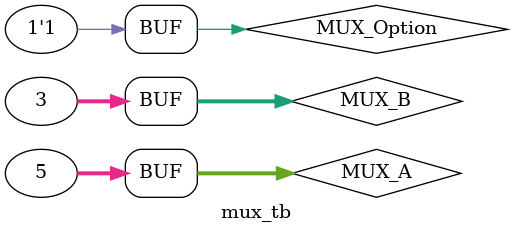
<source format=v>

module mux_tb();

reg [31:0] MUX_A, MUX_B;
reg MUX_Option;
wire [31:0] MUX_S;

MUX MUX(
    .A(MUX_A),
    .B(MUX_B),
    .S(MUX_S),
    .option(MUX_Option)
);

initial begin
    MUX_A = 5;
    MUX_B = 3;
    MUX_Option = 0;

    #1

    $display("Estado ", MUX_S);
    MUX_Option = 1;

    #1
    $display("Estado ", MUX_S);

end

endmodule

</source>
